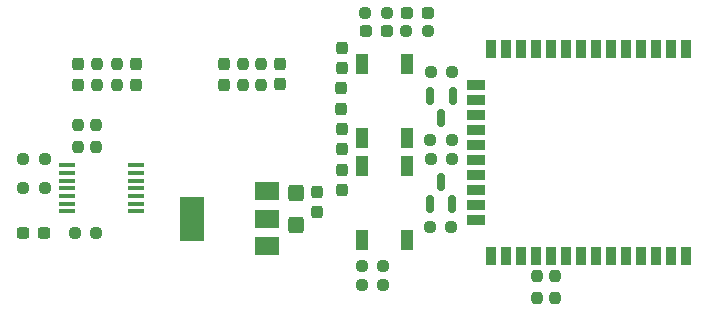
<source format=gbr>
%TF.GenerationSoftware,KiCad,Pcbnew,7.0.6*%
%TF.CreationDate,2023-10-11T20:15:21+08:00*%
%TF.ProjectId,PCB_ESP32WROOM32E_RPI_Zero_Form_Hackster,5043425f-4553-4503-9332-57524f4f4d33,rev?*%
%TF.SameCoordinates,Original*%
%TF.FileFunction,Paste,Top*%
%TF.FilePolarity,Positive*%
%FSLAX46Y46*%
G04 Gerber Fmt 4.6, Leading zero omitted, Abs format (unit mm)*
G04 Created by KiCad (PCBNEW 7.0.6) date 2023-10-11 20:15:21*
%MOMM*%
%LPD*%
G01*
G04 APERTURE LIST*
G04 Aperture macros list*
%AMRoundRect*
0 Rectangle with rounded corners*
0 $1 Rounding radius*
0 $2 $3 $4 $5 $6 $7 $8 $9 X,Y pos of 4 corners*
0 Add a 4 corners polygon primitive as box body*
4,1,4,$2,$3,$4,$5,$6,$7,$8,$9,$2,$3,0*
0 Add four circle primitives for the rounded corners*
1,1,$1+$1,$2,$3*
1,1,$1+$1,$4,$5*
1,1,$1+$1,$6,$7*
1,1,$1+$1,$8,$9*
0 Add four rect primitives between the rounded corners*
20,1,$1+$1,$2,$3,$4,$5,0*
20,1,$1+$1,$4,$5,$6,$7,0*
20,1,$1+$1,$6,$7,$8,$9,0*
20,1,$1+$1,$8,$9,$2,$3,0*%
G04 Aperture macros list end*
%ADD10RoundRect,0.237500X-0.237500X0.300000X-0.237500X-0.300000X0.237500X-0.300000X0.237500X0.300000X0*%
%ADD11R,2.000000X1.500000*%
%ADD12R,2.000000X3.800000*%
%ADD13RoundRect,0.237500X0.287500X0.237500X-0.287500X0.237500X-0.287500X-0.237500X0.287500X-0.237500X0*%
%ADD14RoundRect,0.237500X0.237500X-0.250000X0.237500X0.250000X-0.237500X0.250000X-0.237500X-0.250000X0*%
%ADD15RoundRect,0.237500X0.300000X0.237500X-0.300000X0.237500X-0.300000X-0.237500X0.300000X-0.237500X0*%
%ADD16RoundRect,0.237500X0.250000X0.237500X-0.250000X0.237500X-0.250000X-0.237500X0.250000X-0.237500X0*%
%ADD17RoundRect,0.237500X-0.250000X-0.237500X0.250000X-0.237500X0.250000X0.237500X-0.250000X0.237500X0*%
%ADD18RoundRect,0.150000X-0.150000X0.587500X-0.150000X-0.587500X0.150000X-0.587500X0.150000X0.587500X0*%
%ADD19RoundRect,0.237500X0.237500X-0.300000X0.237500X0.300000X-0.237500X0.300000X-0.237500X-0.300000X0*%
%ADD20R,1.000000X1.700000*%
%ADD21R,0.900000X1.500000*%
%ADD22R,1.500000X0.900000*%
%ADD23R,1.473200X0.355600*%
%ADD24RoundRect,0.237500X-0.237500X0.250000X-0.237500X-0.250000X0.237500X-0.250000X0.237500X0.250000X0*%
%ADD25RoundRect,0.250000X-0.425000X0.450000X-0.425000X-0.450000X0.425000X-0.450000X0.425000X0.450000X0*%
%ADD26RoundRect,0.237500X-0.287500X-0.237500X0.287500X-0.237500X0.287500X0.237500X-0.287500X0.237500X0*%
%ADD27RoundRect,0.150000X0.150000X-0.587500X0.150000X0.587500X-0.150000X0.587500X-0.150000X-0.587500X0*%
G04 APERTURE END LIST*
D10*
%TO.C,C21*%
X98200000Y-87237500D03*
X98200000Y-88962500D03*
%TD*%
%TO.C,C3*%
X92975000Y-88612500D03*
X92975000Y-90337500D03*
%TD*%
D11*
%TO.C,U4*%
X91850000Y-104000000D03*
X91850000Y-101700000D03*
D12*
X85550000Y-101700000D03*
D11*
X91850000Y-99400000D03*
%TD*%
D13*
%TO.C,D2*%
X105523000Y-84280000D03*
X103773000Y-84280000D03*
%TD*%
D10*
%TO.C,C10*%
X98168000Y-90662000D03*
X98168000Y-92387000D03*
%TD*%
D14*
%TO.C,R1*%
X75849000Y-95606700D03*
X75849000Y-93781700D03*
%TD*%
D15*
%TO.C,C2*%
X72962500Y-102950000D03*
X71237500Y-102950000D03*
%TD*%
D16*
%TO.C,R15*%
X105473000Y-85852000D03*
X103648000Y-85852000D03*
%TD*%
D17*
%TO.C,R8*%
X99887500Y-107350000D03*
X101712500Y-107350000D03*
%TD*%
D18*
%TO.C,Q2*%
X107593500Y-91294500D03*
X105693500Y-91294500D03*
X106643500Y-93169500D03*
%TD*%
D10*
%TO.C,C6*%
X88275000Y-88637500D03*
X88275000Y-90362500D03*
%TD*%
D16*
%TO.C,R3*%
X73051500Y-96644200D03*
X71226500Y-96644200D03*
%TD*%
%TO.C,R12*%
X107570500Y-89312000D03*
X105745500Y-89312000D03*
%TD*%
%TO.C,R4*%
X73062500Y-99150000D03*
X71237500Y-99150000D03*
%TD*%
D19*
%TO.C,C20*%
X98200000Y-99312500D03*
X98200000Y-97587500D03*
%TD*%
D14*
%TO.C,R2*%
X77399000Y-95606700D03*
X77399000Y-93781700D03*
%TD*%
D17*
%TO.C,R11*%
X105655500Y-102412000D03*
X107480500Y-102412000D03*
%TD*%
D19*
%TO.C,C11*%
X98188000Y-95817000D03*
X98188000Y-94092000D03*
%TD*%
D17*
%TO.C,R19*%
X100179500Y-84280000D03*
X102004500Y-84280000D03*
%TD*%
D20*
%TO.C,S2*%
X99928000Y-94892000D03*
X99928000Y-88592000D03*
X103728000Y-94892000D03*
X103728000Y-88592000D03*
%TD*%
D16*
%TO.C,R14*%
X107530500Y-95087000D03*
X105705500Y-95087000D03*
%TD*%
D21*
%TO.C,IC1*%
X127360000Y-87350000D03*
X126090000Y-87350000D03*
X124820000Y-87350000D03*
X123550000Y-87350000D03*
X122280000Y-87350000D03*
X121010000Y-87350000D03*
X119740000Y-87350000D03*
X118470000Y-87350000D03*
X117200000Y-87350000D03*
X115930000Y-87350000D03*
X114660000Y-87350000D03*
X113390000Y-87350000D03*
X112120000Y-87350000D03*
X110850000Y-87350000D03*
D22*
X109600000Y-90385000D03*
X109600000Y-91655000D03*
X109600000Y-92925000D03*
X109600000Y-94195000D03*
X109600000Y-95465000D03*
X109600000Y-96735000D03*
X109600000Y-98005000D03*
X109600000Y-99275000D03*
X109600000Y-100545000D03*
X109600000Y-101815000D03*
D21*
X110850000Y-104850000D03*
X112120000Y-104850000D03*
X113390000Y-104850000D03*
X114660000Y-104850000D03*
X115930000Y-104850000D03*
X117200000Y-104850000D03*
X118470000Y-104850000D03*
X119740000Y-104850000D03*
X121010000Y-104850000D03*
X122280000Y-104850000D03*
X123550000Y-104850000D03*
X124820000Y-104850000D03*
X126090000Y-104850000D03*
X127360000Y-104850000D03*
%TD*%
D23*
%TO.C,U3*%
X80800000Y-101100000D03*
X80800000Y-100439600D03*
X80800000Y-99804600D03*
X80800000Y-99144200D03*
X80800000Y-98483800D03*
X80800000Y-97848800D03*
X80800000Y-97188400D03*
X74958000Y-97188400D03*
X74958000Y-97848800D03*
X74958000Y-98483800D03*
X74958000Y-99144200D03*
X74958000Y-99804600D03*
X74958000Y-100439600D03*
X74958000Y-101100000D03*
%TD*%
D14*
%TO.C,R18*%
X116250000Y-108412500D03*
X116250000Y-106587500D03*
%TD*%
%TO.C,R20*%
X114750000Y-108412500D03*
X114750000Y-106587500D03*
%TD*%
D24*
%TO.C,R6*%
X79200000Y-88587500D03*
X79200000Y-90412500D03*
%TD*%
D25*
%TO.C,C8*%
X94300000Y-99550000D03*
X94300000Y-102250000D03*
%TD*%
D24*
%TO.C,R17*%
X89825000Y-88587500D03*
X89825000Y-90412500D03*
%TD*%
D20*
%TO.C,S1*%
X99946000Y-103547000D03*
X99946000Y-97247000D03*
X103746000Y-103547000D03*
X103746000Y-97247000D03*
%TD*%
D10*
%TO.C,C4*%
X80750000Y-88637500D03*
X80750000Y-90362500D03*
%TD*%
D17*
%TO.C,R7*%
X99887500Y-105750000D03*
X101712500Y-105750000D03*
%TD*%
D26*
%TO.C,D11*%
X100265500Y-85822000D03*
X102015500Y-85822000D03*
%TD*%
D16*
%TO.C,R13*%
X107548500Y-96697000D03*
X105723500Y-96697000D03*
%TD*%
%TO.C,R23*%
X77405000Y-102910000D03*
X75580000Y-102910000D03*
%TD*%
D24*
%TO.C,R16*%
X77450000Y-88587500D03*
X77450000Y-90412500D03*
%TD*%
D19*
%TO.C,C18*%
X96150000Y-101162500D03*
X96150000Y-99437500D03*
%TD*%
D10*
%TO.C,C5*%
X75900000Y-88637500D03*
X75900000Y-90362500D03*
%TD*%
D24*
%TO.C,R5*%
X91400000Y-88587500D03*
X91400000Y-90412500D03*
%TD*%
D27*
%TO.C,Q1*%
X105660500Y-100479500D03*
X107560500Y-100479500D03*
X106610500Y-98604500D03*
%TD*%
M02*

</source>
